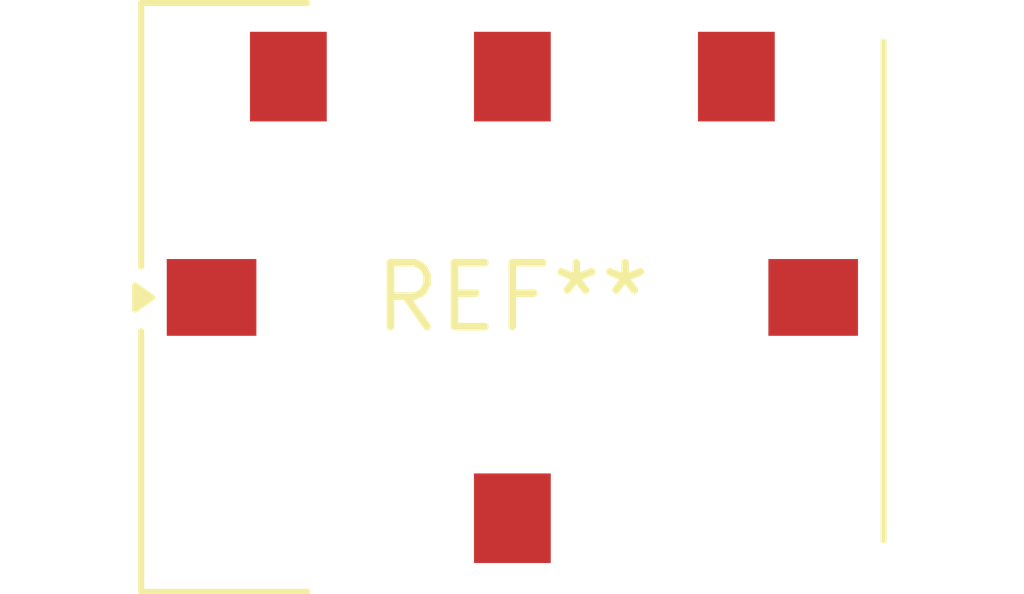
<source format=kicad_pcb>
(kicad_pcb (version 20240108) (generator pcbnew)
  (layers (0 "F.Cu" signal) (31 "B.Cu" signal) (34 "B.Paste" user) (35 "F.Paste" user) (36 "B.SilkS" user "B.Silkscreen") (37 "F.SilkS" user "F.Silkscreen") (38 "B.Mask" user) (39 "F.Mask" user) (44 "Edge.Cuts" user))
  (net 0 "")
  (footprint "Mini-Circuits_TTT167" (layer "F.Cu") (at 0 0)
    (property "Reference" "REF**")
    (property "Value" "Mini-Circuits_TTT167")
    (fp_line (start -7.366 -5.842) (end -7.366 -0.61) (layer "F.SilkS") (stroke (width 0.12)))
    (fp_line (start -7.366 5.842) (end -7.366 0.67) (layer "F.SilkS") (stroke (width 0.12)))
    (fp_line (start -7.366 5.842) (end -4.064 5.842) (layer "F.SilkS") (stroke (width 0.12)))
    (fp_line (start -4.064 -5.842) (end -7.366 -5.842) (layer "F.SilkS") (stroke (width 0.12)))
    (fp_line (start 7.366 4.826) (end 7.366 -5.08) (layer "F.SilkS") (stroke (width 0.12)))
    (fp_poly (pts (xy -7.15 0) (xy -7.486 0.24) (xy -7.486 -0.24) (xy -7.15 0)) (layer "F.SilkS") (stroke (width 0.12)) (fill solid))
    (pad "1" smd rect (at -5.969 0) (size 1.778 1.524) (layers "F.Cu" "F.Paste" "F.Mask"))
    (pad "2" smd rect (at 5.969 0 180) (size 1.778 1.524) (layers "F.Cu" "F.Paste" "F.Mask"))
    (pad "3" smd rect (at 0 -4.3815 270) (size 1.778 1.524) (layers "F.Cu" "F.Paste" "F.Mask"))
    (pad "4" smd rect (at 0 4.3815 90) (size 1.778 1.524) (layers "F.Cu" "F.Paste" "F.Mask"))
    (pad "5" smd rect (at 4.445 -4.3815 270) (size 1.778 1.524) (layers "F.Cu" "F.Paste" "F.Mask"))
    (pad "6" smd rect (at -4.445 -4.3815 270) (size 1.778 1.524) (layers "F.Cu" "F.Paste" "F.Mask"))
  )
)
</source>
